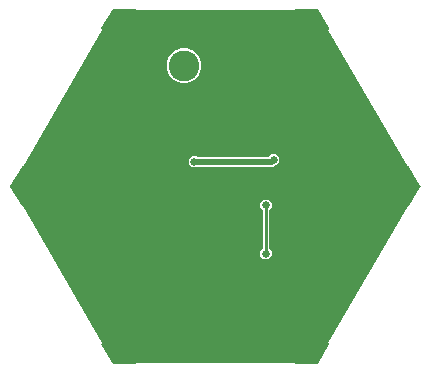
<source format=gbr>
G04 EAGLE Gerber RS-274X export*
G75*
%MOMM*%
%FSLAX34Y34*%
%LPD*%
%INBottom Copper*%
%IPPOS*%
%AMOC8*
5,1,8,0,0,1.08239X$1,22.5*%
G01*
%ADD10C,1.000000*%
%ADD11C,2.600000*%
%ADD12R,2.600000X2.600000*%
%ADD13C,0.660400*%
%ADD14C,0.508000*%
%ADD15C,0.254000*%

G36*
X278630Y195708D02*
X278630Y195708D01*
X278658Y195706D01*
X278726Y195728D01*
X278797Y195742D01*
X278820Y195758D01*
X278847Y195767D01*
X278902Y195814D01*
X278961Y195855D01*
X278976Y195879D01*
X278998Y195897D01*
X279029Y195962D01*
X279068Y196022D01*
X279073Y196050D01*
X279085Y196076D01*
X279094Y196177D01*
X279101Y196219D01*
X279099Y196229D01*
X279100Y196242D01*
X279043Y196957D01*
X413361Y196957D01*
X413304Y196242D01*
X413308Y196213D01*
X413303Y196185D01*
X413320Y196116D01*
X413328Y196044D01*
X413343Y196020D01*
X413349Y195992D01*
X413392Y195934D01*
X413428Y195872D01*
X413450Y195855D01*
X413467Y195832D01*
X413529Y195795D01*
X413586Y195752D01*
X413614Y195745D01*
X413638Y195730D01*
X413738Y195714D01*
X413779Y195703D01*
X413789Y195705D01*
X413802Y195703D01*
X432802Y195703D01*
X432878Y195718D01*
X432956Y195727D01*
X432975Y195738D01*
X432997Y195742D01*
X433061Y195786D01*
X433129Y195825D01*
X433145Y195844D01*
X433161Y195855D01*
X433185Y195893D01*
X433235Y195953D01*
X442735Y212453D01*
X442744Y212480D01*
X442760Y212504D01*
X442775Y212574D01*
X442798Y212642D01*
X442795Y212670D01*
X442801Y212698D01*
X442788Y212769D01*
X442782Y212840D01*
X442769Y212865D01*
X442763Y212893D01*
X442723Y212953D01*
X442690Y213016D01*
X442668Y213034D01*
X442652Y213058D01*
X442569Y213116D01*
X442537Y213143D01*
X442526Y213146D01*
X442516Y213153D01*
X441888Y213450D01*
X509010Y329711D01*
X509618Y329291D01*
X509645Y329280D01*
X509667Y329261D01*
X509736Y329241D01*
X509801Y329213D01*
X509830Y329213D01*
X509858Y329205D01*
X509929Y329213D01*
X510000Y329213D01*
X510027Y329224D01*
X510056Y329227D01*
X510118Y329262D01*
X510183Y329290D01*
X510204Y329310D01*
X510229Y329325D01*
X510292Y329402D01*
X510322Y329432D01*
X510326Y329442D01*
X510335Y329453D01*
X519835Y345953D01*
X519845Y345985D01*
X519854Y345998D01*
X519858Y346022D01*
X519859Y346026D01*
X519890Y346096D01*
X519890Y346120D01*
X519898Y346142D01*
X519892Y346218D01*
X519893Y346295D01*
X519883Y346319D01*
X519882Y346340D01*
X519861Y346379D01*
X519835Y346451D01*
X510335Y362951D01*
X510316Y362973D01*
X510303Y362999D01*
X510250Y363047D01*
X510203Y363100D01*
X510177Y363113D01*
X510156Y363132D01*
X510088Y363155D01*
X510024Y363186D01*
X509995Y363188D01*
X509968Y363197D01*
X509896Y363192D01*
X509825Y363195D01*
X509798Y363185D01*
X509769Y363183D01*
X509679Y363141D01*
X509639Y363126D01*
X509631Y363119D01*
X509618Y363113D01*
X509010Y362693D01*
X441888Y478954D01*
X442516Y479251D01*
X442538Y479268D01*
X442565Y479278D01*
X442617Y479327D01*
X442675Y479370D01*
X442689Y479395D01*
X442710Y479414D01*
X442739Y479480D01*
X442775Y479542D01*
X442778Y479570D01*
X442790Y479596D01*
X442791Y479668D01*
X442800Y479739D01*
X442792Y479766D01*
X442793Y479795D01*
X442757Y479890D01*
X442746Y479930D01*
X442739Y479939D01*
X442735Y479951D01*
X433235Y496451D01*
X433183Y496510D01*
X433137Y496572D01*
X433118Y496583D01*
X433103Y496600D01*
X433033Y496634D01*
X432966Y496674D01*
X432942Y496678D01*
X432924Y496686D01*
X432879Y496688D01*
X432802Y496701D01*
X413802Y496701D01*
X413774Y496696D01*
X413746Y496698D01*
X413678Y496676D01*
X413607Y496662D01*
X413584Y496646D01*
X413557Y496637D01*
X413502Y496590D01*
X413443Y496549D01*
X413428Y496525D01*
X413407Y496507D01*
X413375Y496442D01*
X413336Y496382D01*
X413331Y496354D01*
X413319Y496328D01*
X413310Y496227D01*
X413303Y496185D01*
X413305Y496175D01*
X413304Y496162D01*
X413361Y495447D01*
X279043Y495447D01*
X279100Y496162D01*
X279096Y496191D01*
X279101Y496219D01*
X279084Y496288D01*
X279076Y496360D01*
X279062Y496384D01*
X279055Y496412D01*
X279012Y496470D01*
X278977Y496532D01*
X278954Y496549D01*
X278937Y496572D01*
X278875Y496609D01*
X278818Y496652D01*
X278790Y496659D01*
X278766Y496674D01*
X278666Y496690D01*
X278625Y496701D01*
X278615Y496699D01*
X278602Y496701D01*
X259602Y496701D01*
X259526Y496686D01*
X259448Y496677D01*
X259429Y496666D01*
X259407Y496662D01*
X259343Y496618D01*
X259275Y496579D01*
X259259Y496560D01*
X259243Y496549D01*
X259219Y496511D01*
X259169Y496451D01*
X249669Y479951D01*
X249660Y479924D01*
X249644Y479900D01*
X249629Y479830D01*
X249606Y479762D01*
X249609Y479734D01*
X249603Y479706D01*
X249617Y479636D01*
X249622Y479564D01*
X249635Y479539D01*
X249641Y479511D01*
X249681Y479451D01*
X249714Y479388D01*
X249736Y479370D01*
X249752Y479346D01*
X249835Y479288D01*
X249867Y479261D01*
X249878Y479258D01*
X249889Y479251D01*
X250516Y478954D01*
X183394Y362693D01*
X182786Y363113D01*
X182759Y363124D01*
X182737Y363143D01*
X182668Y363163D01*
X182603Y363191D01*
X182574Y363191D01*
X182546Y363199D01*
X182475Y363191D01*
X182404Y363192D01*
X182377Y363180D01*
X182348Y363177D01*
X182286Y363142D01*
X182221Y363114D01*
X182200Y363094D01*
X182175Y363079D01*
X182112Y363002D01*
X182082Y362972D01*
X182078Y362962D01*
X182069Y362951D01*
X172569Y346451D01*
X172545Y346378D01*
X172514Y346308D01*
X172514Y346284D01*
X172506Y346262D01*
X172513Y346186D01*
X172512Y346109D01*
X172521Y346085D01*
X172522Y346064D01*
X172543Y346025D01*
X172562Y345973D01*
X172563Y345967D01*
X172565Y345965D01*
X172569Y345953D01*
X182069Y329453D01*
X182088Y329431D01*
X182101Y329405D01*
X182154Y329357D01*
X182201Y329304D01*
X182227Y329291D01*
X182249Y329272D01*
X182316Y329249D01*
X182380Y329218D01*
X182409Y329217D01*
X182436Y329207D01*
X182508Y329212D01*
X182579Y329209D01*
X182606Y329219D01*
X182635Y329221D01*
X182725Y329263D01*
X182765Y329278D01*
X182773Y329285D01*
X182786Y329291D01*
X183394Y329711D01*
X250516Y213450D01*
X249889Y213153D01*
X249866Y213136D01*
X249839Y213126D01*
X249787Y213077D01*
X249729Y213034D01*
X249715Y213009D01*
X249694Y212990D01*
X249665Y212924D01*
X249629Y212862D01*
X249626Y212834D01*
X249614Y212808D01*
X249613Y212736D01*
X249604Y212665D01*
X249612Y212638D01*
X249612Y212609D01*
X249647Y212514D01*
X249658Y212474D01*
X249665Y212465D01*
X249669Y212453D01*
X259169Y195953D01*
X259221Y195895D01*
X259267Y195832D01*
X259286Y195821D01*
X259301Y195804D01*
X259371Y195770D01*
X259438Y195730D01*
X259463Y195726D01*
X259480Y195718D01*
X259525Y195716D01*
X259602Y195703D01*
X278602Y195703D01*
X278630Y195708D01*
G37*
%LPC*%
G36*
X316711Y433975D02*
X316711Y433975D01*
X311372Y436187D01*
X307287Y440272D01*
X305075Y445611D01*
X305075Y451389D01*
X307287Y456728D01*
X311372Y460813D01*
X316711Y463025D01*
X322489Y463025D01*
X327828Y460813D01*
X331913Y456728D01*
X334125Y451389D01*
X334125Y445611D01*
X331913Y440272D01*
X327828Y436187D01*
X322489Y433975D01*
X316711Y433975D01*
G37*
%LPD*%
%LPC*%
G36*
X326423Y362203D02*
X326423Y362203D01*
X323595Y365031D01*
X323595Y369029D01*
X326423Y371857D01*
X330421Y371857D01*
X331180Y371098D01*
X331185Y371098D01*
X331188Y371095D01*
X390934Y371095D01*
X390938Y371098D01*
X390942Y371098D01*
X393479Y373635D01*
X397477Y373635D01*
X400305Y370807D01*
X400305Y366809D01*
X397477Y363981D01*
X396405Y363981D01*
X396400Y363978D01*
X396396Y363978D01*
X395384Y362965D01*
X331188Y362965D01*
X331184Y362962D01*
X331180Y362962D01*
X330421Y362203D01*
X326423Y362203D01*
G37*
%LPD*%
%LPC*%
G36*
X386875Y284479D02*
X386875Y284479D01*
X384047Y287307D01*
X384047Y291305D01*
X386330Y293588D01*
X386330Y293593D01*
X386333Y293596D01*
X386333Y326164D01*
X386330Y326168D01*
X386330Y326172D01*
X384301Y328201D01*
X384301Y332199D01*
X387129Y335027D01*
X391127Y335027D01*
X393955Y332199D01*
X393955Y328201D01*
X391926Y326172D01*
X391926Y326167D01*
X391923Y326164D01*
X391923Y293088D01*
X391926Y293084D01*
X391926Y293080D01*
X393701Y291305D01*
X393701Y287307D01*
X390873Y284479D01*
X386875Y284479D01*
G37*
%LPD*%
D10*
X428802Y489302D03*
X511402Y346202D03*
X428802Y203102D03*
X263602Y203102D03*
X181002Y346202D03*
X263602Y489302D03*
D11*
X319600Y448500D03*
D12*
X370400Y448500D03*
D13*
X345694Y328168D03*
X355346Y328168D03*
X365252Y328422D03*
X345694Y312420D03*
X355600Y312420D03*
X365252Y312420D03*
X350520Y288290D03*
X337058Y284988D03*
X372872Y347726D03*
X394208Y401574D03*
X378968Y380492D03*
X378968Y396494D03*
X392430Y388112D03*
X397510Y432054D03*
X373126Y408940D03*
X390652Y415544D03*
X374650Y423926D03*
X360934Y417576D03*
X331470Y272542D03*
X329438Y294640D03*
X423418Y313436D03*
X434594Y330962D03*
X395478Y368808D03*
D14*
X328422Y367284D02*
X328422Y367030D01*
D13*
X328422Y367030D03*
D14*
X393700Y367030D01*
X395478Y368808D01*
D13*
X389128Y330200D03*
X388874Y289306D03*
D15*
X389128Y289560D02*
X389128Y330200D01*
X389128Y289560D02*
X388874Y289306D01*
M02*

</source>
